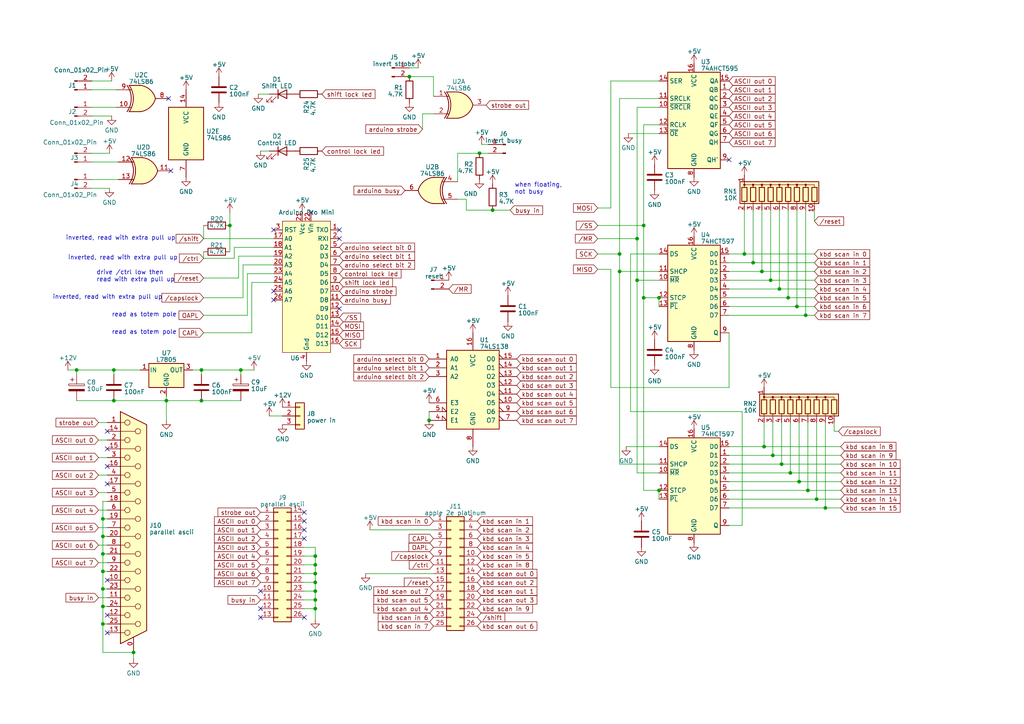
<source format=kicad_sch>
(kicad_sch (version 20230121) (generator eeschema)
  (paper "A4")
  (junction (at 224.155 132.08))
  (junction (at 29.845 150.495))
  (junction (at 218.44 76.2))
  (junction (at 223.52 81.28))
  (junction (at 239.395 147.32))
  (junction (at 221.615 129.54))
  (junction (at 234.315 142.24))
  (junction (at 58.42 116.205))
  (junction (at 118.745 22.225))
  (junction (at 191.135 142.24))
  (junction (at 186.69 86.36))
  (junction (at 91.44 171.45))
  (junction (at 91.44 173.99))
  (junction (at 29.845 180.975))
  (junction (at 29.845 160.655))
  (junction (at 91.44 168.91))
  (junction (at 124.46 121.92))
  (junction (at 231.775 139.7))
  (junction (at 228.6 86.36))
  (junction (at 58.42 107.315))
  (junction (at 184.785 69.215))
  (junction (at 69.85 107.315))
  (junction (at 179.705 78.74))
  (junction (at 29.845 165.735))
  (junction (at 91.44 163.83))
  (junction (at 66.675 65.405))
  (junction (at 22.225 107.315))
  (junction (at 184.785 81.28))
  (junction (at 226.06 83.82))
  (junction (at 33.02 116.205))
  (junction (at 29.845 175.895))
  (junction (at 91.44 166.37))
  (junction (at 139.065 44.45))
  (junction (at 142.875 60.96))
  (junction (at 48.26 116.205))
  (junction (at 186.69 65.405))
  (junction (at 29.845 170.815))
  (junction (at 231.14 88.9))
  (junction (at 229.235 137.16))
  (junction (at 91.44 176.53))
  (junction (at 233.68 91.44))
  (junction (at 38.735 189.23))
  (junction (at 220.98 78.74))
  (junction (at 29.845 155.575))
  (junction (at 91.44 161.29))
  (junction (at 226.695 134.62))
  (junction (at 191.135 86.36))
  (junction (at 215.9 73.66))
  (junction (at 179.705 73.66))
  (junction (at 33.02 107.315))
  (junction (at 236.855 144.78))
  (no_connect (at 31.115 125.095))
  (no_connect (at 79.375 84.455))
  (no_connect (at 75.565 176.53))
  (no_connect (at 31.115 178.435))
  (no_connect (at 49.53 49.53))
  (no_connect (at 98.425 66.675))
  (no_connect (at 48.895 28.575))
  (no_connect (at 31.115 140.335))
  (no_connect (at 75.565 179.07))
  (no_connect (at 98.425 69.215))
  (no_connect (at 88.265 148.59))
  (no_connect (at 88.265 156.21))
  (no_connect (at 98.425 89.535))
  (no_connect (at 88.265 179.07))
  (no_connect (at 75.565 171.45))
  (no_connect (at 79.375 86.995))
  (no_connect (at 31.115 135.255))
  (no_connect (at 79.375 66.675))
  (no_connect (at 31.115 183.515))
  (no_connect (at 31.115 130.175))
  (no_connect (at 211.455 46.355))
  (no_connect (at 31.115 168.275))
  (no_connect (at 88.265 151.13))
  (no_connect (at 88.265 153.67))
  (no_connect (at 90.17 61.595))
  (wire (pts (xy 211.455 88.9) (xy 231.14 88.9)))
  (wire (pts (xy 29.845 155.575) (xy 29.845 160.655)))
  (wire (pts (xy 179.705 78.74) (xy 179.705 134.62)))
  (wire (pts (xy 211.455 137.16) (xy 229.235 137.16)))
  (wire (pts (xy 118.745 22.225) (xy 125.73 22.225)))
  (wire (pts (xy 73.025 96.52) (xy 59.055 96.52)))
  (wire (pts (xy 234.315 122.555) (xy 234.315 142.24)))
  (wire (pts (xy 229.235 122.555) (xy 229.235 137.16)))
  (wire (pts (xy 182.245 38.735) (xy 191.135 38.735)))
  (wire (pts (xy 28.575 122.555) (xy 31.115 122.555)))
  (wire (pts (xy 26.67 33.655) (xy 32.385 33.655)))
  (wire (pts (xy 29.845 180.975) (xy 29.845 189.23)))
  (wire (pts (xy 91.44 166.37) (xy 91.44 163.83)))
  (wire (pts (xy 59.055 80.645) (xy 69.215 80.645)))
  (wire (pts (xy 69.85 107.315) (xy 73.66 107.315)))
  (wire (pts (xy 228.6 86.36) (xy 236.22 86.36)))
  (wire (pts (xy 181.61 129.54) (xy 191.135 129.54)))
  (wire (pts (xy 22.225 107.315) (xy 22.225 108.585)))
  (wire (pts (xy 31.115 145.415) (xy 29.845 145.415)))
  (wire (pts (xy 91.44 161.29) (xy 91.44 158.75)))
  (wire (pts (xy 88.265 161.29) (xy 91.44 161.29)))
  (wire (pts (xy 221.615 129.54) (xy 243.84 129.54)))
  (wire (pts (xy 88.265 166.37) (xy 91.44 166.37)))
  (wire (pts (xy 88.265 171.45) (xy 91.44 171.45)))
  (wire (pts (xy 211.455 73.66) (xy 215.9 73.66)))
  (wire (pts (xy 79.375 81.915) (xy 73.025 81.915)))
  (wire (pts (xy 26.67 26.035) (xy 33.655 26.035)))
  (wire (pts (xy 226.06 60.96) (xy 226.06 83.82)))
  (wire (pts (xy 67.945 71.755) (xy 67.945 74.93)))
  (wire (pts (xy 177.165 23.495) (xy 177.165 60.325)))
  (wire (pts (xy 226.695 122.555) (xy 226.695 134.62)))
  (wire (pts (xy 79.375 74.295) (xy 69.215 74.295)))
  (wire (pts (xy 31.115 180.975) (xy 29.845 180.975)))
  (wire (pts (xy 31.115 170.815) (xy 29.845 170.815)))
  (wire (pts (xy 26.67 23.495) (xy 32.385 23.495)))
  (wire (pts (xy 211.455 147.32) (xy 239.395 147.32)))
  (wire (pts (xy 29.845 165.735) (xy 29.845 170.815)))
  (wire (pts (xy 48.26 114.935) (xy 48.26 116.205)))
  (wire (pts (xy 135.255 57.785) (xy 135.255 60.96)))
  (wire (pts (xy 173.355 65.405) (xy 186.69 65.405)))
  (wire (pts (xy 218.44 60.96) (xy 218.44 76.2)))
  (wire (pts (xy 231.775 139.7) (xy 243.84 139.7)))
  (wire (pts (xy 29.845 175.895) (xy 29.845 180.975)))
  (wire (pts (xy 132.715 57.785) (xy 135.255 57.785)))
  (wire (pts (xy 215.265 119.38) (xy 182.88 119.38)))
  (wire (pts (xy 231.14 60.96) (xy 231.14 88.9)))
  (wire (pts (xy 226.695 134.62) (xy 243.84 134.62)))
  (wire (pts (xy 211.455 134.62) (xy 226.695 134.62)))
  (wire (pts (xy 28.575 163.195) (xy 31.115 163.195)))
  (wire (pts (xy 70.485 76.835) (xy 70.485 86.36)))
  (wire (pts (xy 74.93 27.305) (xy 78.105 27.305)))
  (wire (pts (xy 59.055 74.93) (xy 67.945 74.93)))
  (wire (pts (xy 28.575 153.035) (xy 31.115 153.035)))
  (wire (pts (xy 19.685 107.315) (xy 22.225 107.315)))
  (wire (pts (xy 215.265 152.4) (xy 215.265 119.38)))
  (wire (pts (xy 106.045 166.37) (xy 125.73 166.37)))
  (wire (pts (xy 69.215 74.295) (xy 69.215 80.645)))
  (wire (pts (xy 215.9 60.96) (xy 215.9 73.66)))
  (wire (pts (xy 122.555 33.02) (xy 122.555 37.465)))
  (wire (pts (xy 211.455 81.28) (xy 223.52 81.28)))
  (wire (pts (xy 224.155 122.555) (xy 224.155 132.08)))
  (wire (pts (xy 179.705 28.575) (xy 191.135 28.575)))
  (wire (pts (xy 29.845 160.655) (xy 29.845 165.735)))
  (wire (pts (xy 22.225 116.205) (xy 33.02 116.205)))
  (wire (pts (xy 233.68 60.96) (xy 233.68 91.44)))
  (wire (pts (xy 132.715 52.705) (xy 132.715 44.45)))
  (wire (pts (xy 239.395 147.32) (xy 243.84 147.32)))
  (wire (pts (xy 73.025 81.915) (xy 73.025 96.52)))
  (wire (pts (xy 184.785 81.28) (xy 184.785 137.16)))
  (wire (pts (xy 226.06 83.82) (xy 236.22 83.82)))
  (wire (pts (xy 173.355 73.66) (xy 179.705 73.66)))
  (wire (pts (xy 236.22 60.96) (xy 236.22 64.135)))
  (wire (pts (xy 26.67 52.07) (xy 34.29 52.07)))
  (wire (pts (xy 91.44 171.45) (xy 91.44 173.99)))
  (wire (pts (xy 88.265 173.99) (xy 91.44 173.99)))
  (wire (pts (xy 48.26 116.205) (xy 58.42 116.205)))
  (wire (pts (xy 141.605 44.45) (xy 139.065 44.45)))
  (wire (pts (xy 59.055 65.405) (xy 59.055 69.215)))
  (wire (pts (xy 29.845 150.495) (xy 31.115 150.495)))
  (wire (pts (xy 211.455 78.74) (xy 220.98 78.74)))
  (wire (pts (xy 69.85 107.315) (xy 69.85 108.585)))
  (wire (pts (xy 26.67 46.99) (xy 34.29 46.99)))
  (wire (pts (xy 91.44 166.37) (xy 91.44 168.91)))
  (wire (pts (xy 182.88 73.66) (xy 191.135 73.66)))
  (wire (pts (xy 220.98 78.74) (xy 236.22 78.74)))
  (wire (pts (xy 215.9 73.66) (xy 236.22 73.66)))
  (wire (pts (xy 29.845 189.23) (xy 38.735 189.23)))
  (wire (pts (xy 40.64 107.315) (xy 33.02 107.315)))
  (wire (pts (xy 118.745 19.685) (xy 121.285 19.685)))
  (wire (pts (xy 221.615 122.555) (xy 221.615 129.54)))
  (wire (pts (xy 243.205 125.095) (xy 241.935 125.095)))
  (wire (pts (xy 211.455 91.44) (xy 233.68 91.44)))
  (wire (pts (xy 147.955 60.96) (xy 142.875 60.96)))
  (wire (pts (xy 107.315 153.67) (xy 125.73 153.67)))
  (wire (pts (xy 191.135 134.62) (xy 179.705 134.62)))
  (wire (pts (xy 58.42 116.205) (xy 69.85 116.205)))
  (wire (pts (xy 236.855 144.78) (xy 243.84 144.78)))
  (wire (pts (xy 91.44 176.53) (xy 91.44 179.705)))
  (wire (pts (xy 179.705 73.66) (xy 179.705 78.74)))
  (wire (pts (xy 191.135 142.24) (xy 186.69 142.24)))
  (wire (pts (xy 191.135 137.16) (xy 184.785 137.16)))
  (wire (pts (xy 211.455 86.36) (xy 228.6 86.36)))
  (wire (pts (xy 91.44 173.99) (xy 91.44 176.53)))
  (wire (pts (xy 234.315 142.24) (xy 243.84 142.24)))
  (wire (pts (xy 141.605 41.91) (xy 139.7 41.91)))
  (wire (pts (xy 28.575 142.875) (xy 31.115 142.875)))
  (wire (pts (xy 186.69 65.405) (xy 186.69 86.36)))
  (wire (pts (xy 78.105 120.65) (xy 81.915 120.65)))
  (wire (pts (xy 79.375 71.755) (xy 67.945 71.755)))
  (wire (pts (xy 231.14 88.9) (xy 236.22 88.9)))
  (wire (pts (xy 31.115 165.735) (xy 29.845 165.735)))
  (wire (pts (xy 28.575 137.795) (xy 31.115 137.795)))
  (wire (pts (xy 55.88 107.315) (xy 58.42 107.315)))
  (wire (pts (xy 66.675 61.595) (xy 66.675 65.405)))
  (wire (pts (xy 88.265 176.53) (xy 91.44 176.53)))
  (wire (pts (xy 79.375 76.835) (xy 70.485 76.835)))
  (wire (pts (xy 33.02 116.205) (xy 48.26 116.205)))
  (wire (pts (xy 218.44 76.2) (xy 236.22 76.2)))
  (wire (pts (xy 48.26 116.205) (xy 48.26 121.92)))
  (wire (pts (xy 26.67 31.115) (xy 33.655 31.115)))
  (wire (pts (xy 173.355 69.215) (xy 184.785 69.215)))
  (wire (pts (xy 231.775 122.555) (xy 231.775 139.7)))
  (wire (pts (xy 184.785 69.215) (xy 184.785 81.28)))
  (wire (pts (xy 228.6 60.96) (xy 228.6 86.36)))
  (wire (pts (xy 88.265 163.83) (xy 91.44 163.83)))
  (wire (pts (xy 184.785 81.28) (xy 191.135 81.28)))
  (wire (pts (xy 88.265 168.91) (xy 91.44 168.91)))
  (wire (pts (xy 191.135 23.495) (xy 177.165 23.495)))
  (wire (pts (xy 184.785 31.115) (xy 184.785 69.215)))
  (wire (pts (xy 79.375 79.375) (xy 71.755 79.375)))
  (wire (pts (xy 33.02 107.315) (xy 33.02 108.585)))
  (wire (pts (xy 91.44 163.83) (xy 91.44 161.29)))
  (wire (pts (xy 28.575 173.355) (xy 31.115 173.355)))
  (wire (pts (xy 191.135 36.195) (xy 186.69 36.195)))
  (wire (pts (xy 31.115 160.655) (xy 29.845 160.655)))
  (wire (pts (xy 224.155 132.08) (xy 243.84 132.08)))
  (wire (pts (xy 211.455 83.82) (xy 226.06 83.82)))
  (wire (pts (xy 91.44 168.91) (xy 91.44 171.45)))
  (wire (pts (xy 29.845 170.815) (xy 29.845 175.895)))
  (wire (pts (xy 58.42 107.315) (xy 69.85 107.315)))
  (wire (pts (xy 31.115 175.895) (xy 29.845 175.895)))
  (wire (pts (xy 59.055 69.215) (xy 79.375 69.215)))
  (wire (pts (xy 71.755 91.44) (xy 59.055 91.44)))
  (wire (pts (xy 139.065 44.45) (xy 132.715 44.45)))
  (wire (pts (xy 211.455 132.08) (xy 224.155 132.08)))
  (wire (pts (xy 211.455 129.54) (xy 221.615 129.54)))
  (wire (pts (xy 66.675 65.405) (xy 66.675 73.025)))
  (wire (pts (xy 211.455 76.2) (xy 218.44 76.2)))
  (wire (pts (xy 125.73 33.02) (xy 122.555 33.02)))
  (wire (pts (xy 186.69 86.36) (xy 191.135 86.36)))
  (wire (pts (xy 239.395 122.555) (xy 239.395 147.32)))
  (wire (pts (xy 59.055 86.36) (xy 70.485 86.36)))
  (wire (pts (xy 233.68 91.44) (xy 236.22 91.44)))
  (wire (pts (xy 186.69 36.195) (xy 186.69 65.405)))
  (wire (pts (xy 75.565 43.815) (xy 78.105 43.815)))
  (wire (pts (xy 184.785 31.115) (xy 191.135 31.115)))
  (wire (pts (xy 223.52 60.96) (xy 223.52 81.28)))
  (wire (pts (xy 182.88 119.38) (xy 182.88 73.66)))
  (wire (pts (xy 26.67 54.61) (xy 31.75 54.61)))
  (wire (pts (xy 211.455 139.7) (xy 231.775 139.7)))
  (wire (pts (xy 223.52 81.28) (xy 236.22 81.28)))
  (wire (pts (xy 229.235 137.16) (xy 243.84 137.16)))
  (wire (pts (xy 71.755 79.375) (xy 71.755 91.44)))
  (wire (pts (xy 211.455 96.52) (xy 211.455 112.395)))
  (wire (pts (xy 142.875 60.96) (xy 135.255 60.96)))
  (wire (pts (xy 31.115 155.575) (xy 29.845 155.575)))
  (wire (pts (xy 173.355 78.105) (xy 177.165 78.105)))
  (wire (pts (xy 186.69 86.36) (xy 186.69 142.24)))
  (wire (pts (xy 124.46 119.38) (xy 124.46 121.92)))
  (wire (pts (xy 28.575 158.115) (xy 31.115 158.115)))
  (wire (pts (xy 28.575 147.955) (xy 31.115 147.955)))
  (wire (pts (xy 26.67 44.45) (xy 31.75 44.45)))
  (wire (pts (xy 125.73 27.94) (xy 125.73 22.225)))
  (wire (pts (xy 191.135 142.24) (xy 191.135 144.78)))
  (wire (pts (xy 59.055 74.93) (xy 59.055 73.025)))
  (wire (pts (xy 38.735 189.23) (xy 38.735 188.595)))
  (wire (pts (xy 173.355 60.325) (xy 177.165 60.325)))
  (wire (pts (xy 191.135 86.36) (xy 191.135 88.9)))
  (wire (pts (xy 28.575 127.635) (xy 31.115 127.635)))
  (wire (pts (xy 179.705 28.575) (xy 179.705 73.66)))
  (wire (pts (xy 29.845 145.415) (xy 29.845 150.495)))
  (wire (pts (xy 220.98 60.96) (xy 220.98 78.74)))
  (wire (pts (xy 211.455 112.395) (xy 177.165 112.395)))
  (wire (pts (xy 58.42 107.315) (xy 58.42 108.585)))
  (wire (pts (xy 22.225 107.315) (xy 33.02 107.315)))
  (wire (pts (xy 241.935 125.095) (xy 241.935 122.555)))
  (wire (pts (xy 211.455 152.4) (xy 215.265 152.4)))
  (wire (pts (xy 29.845 150.495) (xy 29.845 155.575)))
  (wire (pts (xy 91.44 158.75) (xy 88.265 158.75)))
  (wire (pts (xy 28.575 132.715) (xy 31.115 132.715)))
  (wire (pts (xy 179.705 78.74) (xy 191.135 78.74)))
  (wire (pts (xy 236.855 122.555) (xy 236.855 144.78)))
  (wire (pts (xy 211.455 144.78) (xy 236.855 144.78)))
  (wire (pts (xy 38.735 191.135) (xy 38.735 189.23)))
  (wire (pts (xy 211.455 142.24) (xy 234.315 142.24)))
  (wire (pts (xy 177.165 112.395) (xy 177.165 78.105)))
  (text "inverted, read with extra pull up" (at 15.24 86.995 0) (effects (font (size 1.27 1.27)) (justify left bottom)))
  (text "read as totem pole" (at 32.385 92.075 0) (effects (font (size 1.27 1.27)) (justify left bottom)))
  (text "inverted, read with extra pull up" (at 19.685 75.565 0) (effects (font (size 1.27 1.27)) (justify left bottom)))
  (text "drive /ctrl low then\nread with extra pull up" (at 27.94 81.915 0) (effects (font (size 1.27 1.27)) (justify left bottom)))
  (text "read as totem pole" (at 32.385 97.155 0) (effects (font (size 1.27 1.27)) (justify left bottom)))
  (text "inverted, read with extra pull up" (at 19.05 69.85 0) (effects (font (size 1.27 1.27)) (justify left bottom)))
  (text "when floating, \nnot busy" (at 149.225 56.515 0) (effects (font (size 1.27 1.27)) (justify left bottom)))
  (global_label "MOSI" (shape input) (at 98.425 94.615 0) (property "Intersheetrefs" "${INTERSHEET_REFS}" (effects hide)))
  (global_label "ASCII out 2" (shape input) (at 28.575 137.795 180) (property "Intersheetrefs" "${INTERSHEET_REFS}" (effects hide)))
  (global_label "ASCII out 4" (shape input) (at 75.565 161.29 180) (property "Intersheetrefs" "${INTERSHEET_REFS}" (effects hide)))
  (global_label "ASCII out 1" (shape input) (at 75.565 153.67 180) (property "Intersheetrefs" "${INTERSHEET_REFS}" (effects hide)))
  (global_label "kbd scan in 0" (shape input) (at 236.22 73.66 0) (property "Intersheetrefs" "${INTERSHEET_REFS}" (effects hide)))
  (global_label "kbd scan in 2" (shape input) (at 236.22 78.74 0) (property "Intersheetrefs" "${INTERSHEET_REFS}" (effects hide)))
  (global_label "kbd scan out 5" (shape input) (at 125.73 173.99 180) (property "Intersheetrefs" "${INTERSHEET_REFS}" (effects hide)))
  (global_label "kbd scan in 15" (shape input) (at 243.84 147.32 0) (property "Intersheetrefs" "${INTERSHEET_REFS}" (effects hide)))
  (global_label "CAPL" (shape input) (at 125.73 156.21 180) (property "Intersheetrefs" "${INTERSHEET_REFS}" (effects hide)))
  (global_label "shift lock led" (shape input) (at 93.345 27.305 0) (property "Intersheetrefs" "${INTERSHEET_REFS}" (effects hide)))
  (global_label "arduino select bit 2" (shape input) (at 98.425 76.835 0) (property "Intersheetrefs" "${INTERSHEET_REFS}" (effects hide)))
  (global_label "kbd scan in 6" (shape input) (at 236.22 88.9 0) (property "Intersheetrefs" "${INTERSHEET_REFS}" (effects hide)))
  (global_label "MOSI" (shape input) (at 173.355 60.325 180) (property "Intersheetrefs" "${INTERSHEET_REFS}" (effects hide)))
  (global_label "ASCII out 1" (shape input) (at 28.575 132.715 180) (property "Intersheetrefs" "${INTERSHEET_REFS}" (effects hide)))
  (global_label "kbd scan out 1" (shape input) (at 138.43 171.45 0) (property "Intersheetrefs" "${INTERSHEET_REFS}" (effects hide)))
  (global_label "kbd scan out 3" (shape input) (at 138.43 173.99 0) (property "Intersheetrefs" "${INTERSHEET_REFS}" (effects hide)))
  (global_label "kbd scan in 9" (shape input) (at 243.84 132.08 0) (property "Intersheetrefs" "${INTERSHEET_REFS}" (effects hide)))
  (global_label "busy in" (shape input) (at 28.575 173.355 180) (property "Intersheetrefs" "${INTERSHEET_REFS}" (effects hide)))
  (global_label "kbd scan out 6" (shape input) (at 138.43 181.61 0) (property "Intersheetrefs" "${INTERSHEET_REFS}" (effects hide)))
  (global_label "ASCII out 3" (shape input) (at 28.575 142.875 180) (property "Intersheetrefs" "${INTERSHEET_REFS}" (effects hide)))
  (global_label "kbd scan out 5" (shape input) (at 149.86 116.84 0) (property "Intersheetrefs" "${INTERSHEET_REFS}" (effects hide)))
  (global_label "kbd scan in 3" (shape input) (at 138.43 156.21 0) (property "Intersheetrefs" "${INTERSHEET_REFS}" (effects hide)))
  (global_label "MISO" (shape input) (at 98.425 97.155 0) (property "Intersheetrefs" "${INTERSHEET_REFS}" (effects hide)))
  (global_label "ASCII out 0" (shape input) (at 28.575 127.635 180) (property "Intersheetrefs" "${INTERSHEET_REFS}" (effects hide)))
  (global_label "{slash}MR" (shape input) (at 130.175 83.82 0) (property "Intersheetrefs" "${INTERSHEET_REFS}" (effects hide)))
  (global_label "ASCII out 1" (shape input) (at 211.455 26.035 0) (property "Intersheetrefs" "${INTERSHEET_REFS}" (effects hide)))
  (global_label "arduino select bit 1" (shape input) (at 124.46 106.68 180) (property "Intersheetrefs" "${INTERSHEET_REFS}" (effects hide)))
  (global_label "arduino strobe" (shape input) (at 98.425 84.455 0) (property "Intersheetrefs" "${INTERSHEET_REFS}" (effects hide)))
  (global_label "{slash}capslock" (shape input) (at 125.73 161.29 180) (property "Intersheetrefs" "${INTERSHEET_REFS}" (effects hide)))
  (global_label "{slash}MR" (shape input) (at 173.355 69.215 180) (property "Intersheetrefs" "${INTERSHEET_REFS}" (effects hide)))
  (global_label "kbd scan in 5" (shape input) (at 138.43 161.29 0) (property "Intersheetrefs" "${INTERSHEET_REFS}" (effects hide)))
  (global_label "shift lock led" (shape input) (at 98.425 81.915 0) (property "Intersheetrefs" "${INTERSHEET_REFS}" (effects hide)))
  (global_label "OAPL" (shape input) (at 59.055 91.44 180) (property "Intersheetrefs" "${INTERSHEET_REFS}" (effects hide)))
  (global_label "CAPL" (shape input) (at 59.055 96.52 180) (property "Intersheetrefs" "${INTERSHEET_REFS}" (effects hide)))
  (global_label "ASCII out 7" (shape input) (at 211.455 41.275 0) (property "Intersheetrefs" "${INTERSHEET_REFS}" (effects hide)))
  (global_label "kbd scan in 5" (shape input) (at 236.22 86.36 0) (property "Intersheetrefs" "${INTERSHEET_REFS}" (effects hide)))
  (global_label "OAPL" (shape input) (at 125.73 158.75 180) (property "Intersheetrefs" "${INTERSHEET_REFS}" (effects hide)))
  (global_label "kbd scan out 0" (shape input) (at 149.86 104.14 0) (property "Intersheetrefs" "${INTERSHEET_REFS}" (effects hide)))
  (global_label "{slash}reset" (shape input) (at 125.73 168.91 180) (property "Intersheetrefs" "${INTERSHEET_REFS}" (effects hide)))
  (global_label "ASCII out 5" (shape input) (at 75.565 163.83 180) (property "Intersheetrefs" "${INTERSHEET_REFS}" (effects hide)))
  (global_label "SCK" (shape input) (at 173.355 73.66 180) (property "Intersheetrefs" "${INTERSHEET_REFS}" (effects hide)))
  (global_label "kbd scan in 8" (shape input) (at 138.43 163.83 0) (property "Intersheetrefs" "${INTERSHEET_REFS}" (effects hide)))
  (global_label "kbd scan out 7" (shape input) (at 125.73 171.45 180) (property "Intersheetrefs" "${INTERSHEET_REFS}" (effects hide)))
  (global_label "kbd scan out 4" (shape input) (at 149.86 114.3 0) (property "Intersheetrefs" "${INTERSHEET_REFS}" (effects hide)))
  (global_label "kbd scan in 4" (shape input) (at 236.22 83.82 0) (property "Intersheetrefs" "${INTERSHEET_REFS}" (effects hide)))
  (global_label "ASCII out 5" (shape input) (at 28.575 153.035 180) (property "Intersheetrefs" "${INTERSHEET_REFS}" (effects hide)))
  (global_label "kbd scan in 8" (shape input) (at 243.84 129.54 0) (property "Intersheetrefs" "${INTERSHEET_REFS}" (effects hide)))
  (global_label "ASCII out 2" (shape input) (at 75.565 156.21 180) (property "Intersheetrefs" "${INTERSHEET_REFS}" (effects hide)))
  (global_label "MISO" (shape input) (at 173.355 78.105 180) (property "Intersheetrefs" "${INTERSHEET_REFS}" (effects hide)))
  (global_label "ASCII out 3" (shape input) (at 75.565 158.75 180) (property "Intersheetrefs" "${INTERSHEET_REFS}" (effects hide)))
  (global_label "ASCII out 6" (shape input) (at 75.565 166.37 180) (property "Intersheetrefs" "${INTERSHEET_REFS}" (effects hide)))
  (global_label "kbd scan out 4" (shape input) (at 125.73 176.53 180) (property "Intersheetrefs" "${INTERSHEET_REFS}" (effects hide)))
  (global_label "{slash}SS" (shape input) (at 98.425 92.075 0) (property "Intersheetrefs" "${INTERSHEET_REFS}" (effects hide)))
  (global_label "{slash}ctrl" (shape input) (at 125.73 163.83 180) (property "Intersheetrefs" "${INTERSHEET_REFS}" (effects hide)))
  (global_label "kbd scan out 1" (shape input) (at 149.86 106.68 0) (property "Intersheetrefs" "${INTERSHEET_REFS}" (effects hide)))
  (global_label "kbd scan out 7" (shape input) (at 149.86 121.92 0) (property "Intersheetrefs" "${INTERSHEET_REFS}" (effects hide)))
  (global_label "arduino busy" (shape input) (at 117.475 55.245 180) (property "Intersheetrefs" "${INTERSHEET_REFS}" (effects hide)))
  (global_label "ASCII out 3" (shape input) (at 211.455 31.115 0) (property "Intersheetrefs" "${INTERSHEET_REFS}" (effects hide)))
  (global_label "arduino select bit 2" (shape input) (at 124.46 109.22 180) (property "Intersheetrefs" "${INTERSHEET_REFS}" (effects hide)))
  (global_label "arduino strobe" (shape input) (at 122.555 37.465 180) (property "Intersheetrefs" "${INTERSHEET_REFS}" (effects hide)))
  (global_label "kbd scan out 0" (shape input) (at 138.43 166.37 0) (property "Intersheetrefs" "${INTERSHEET_REFS}" (effects hide)))
  (global_label "kbd scan in 0" (shape input) (at 125.73 151.13 180) (property "Intersheetrefs" "${INTERSHEET_REFS}" (effects hide)))
  (global_label "busy in" (shape input) (at 147.955 60.96 0) (property "Intersheetrefs" "${INTERSHEET_REFS}" (effects hide)))
  (global_label "kbd scan in 12" (shape input) (at 243.84 139.7 0) (property "Intersheetrefs" "${INTERSHEET_REFS}" (effects hide)))
  (global_label "kbd scan in 7" (shape input) (at 125.73 181.61 180) (property "Intersheetrefs" "${INTERSHEET_REFS}" (effects hide)))
  (global_label "kbd scan in 11" (shape input) (at 243.84 137.16 0) (property "Intersheetrefs" "${INTERSHEET_REFS}" (effects hide)))
  (global_label "strobe out" (shape input) (at 28.575 122.555 180) (property "Intersheetrefs" "${INTERSHEET_REFS}" (effects hide)))
  (global_label "kbd scan in 10" (shape input) (at 243.84 134.62 0) (property "Intersheetrefs" "${INTERSHEET_REFS}" (effects hide)))
  (global_label "{slash}capslock" (shape input) (at 243.205 125.095 0) (property "Intersheetrefs" "${INTERSHEET_REFS}" (effects hide)))
  (global_label "kbd scan in 7" (shape input) (at 236.22 91.44 0) (property "Intersheetrefs" "${INTERSHEET_REFS}" (effects hide)))
  (global_label "kbd scan in 13" (shape input) (at 243.84 142.24 0) (property "Intersheetrefs" "${INTERSHEET_REFS}" (effects hide)))
  (global_label "kbd scan in 3" (shape input) (at 236.22 81.28 0) (property "Intersheetrefs" "${INTERSHEET_REFS}" (effects hide)))
  (global_label "kbd scan in 2" (shape input) (at 138.43 153.67 0) (property "Intersheetrefs" "${INTERSHEET_REFS}" (effects hide)))
  (global_label "ASCII out 6" (shape input) (at 211.455 38.735 0) (property "Intersheetrefs" "${INTERSHEET_REFS}" (effects hide)))
  (global_label "busy in" (shape input) (at 75.565 173.99 180) (property "Intersheetrefs" "${INTERSHEET_REFS}" (effects hide)))
  (global_label "{slash}shift" (shape input) (at 138.43 179.07 0) (property "Intersheetrefs" "${INTERSHEET_REFS}" (effects hide)))
  (global_label "kbd scan out 2" (shape input) (at 138.43 168.91 0) (property "Intersheetrefs" "${INTERSHEET_REFS}" (effects hide)))
  (global_label "kbd scan in 9" (shape input) (at 138.43 176.53 0) (property "Intersheetrefs" "${INTERSHEET_REFS}" (effects hide)))
  (global_label "{slash}SS" (shape input) (at 173.355 65.405 180) (property "Intersheetrefs" "${INTERSHEET_REFS}" (effects hide)))
  (global_label "SCK" (shape input) (at 98.425 99.695 0) (property "Intersheetrefs" "${INTERSHEET_REFS}" (effects hide)))
  (global_label "{slash}reset" (shape input) (at 236.22 64.135 0) (property "Intersheetrefs" "${INTERSHEET_REFS}" (effects hide)))
  (global_label "kbd scan in 1" (shape input) (at 138.43 151.13 0) (property "Intersheetrefs" "${INTERSHEET_REFS}" (effects hide)))
  (global_label "arduino select bit 1" (shape input) (at 98.425 74.295 0) (property "Intersheetrefs" "${INTERSHEET_REFS}" (effects hide)))
  (global_label "control lock led" (shape input) (at 98.425 79.375 0) (property "Intersheetrefs" "${INTERSHEET_REFS}" (effects hide)))
  (global_label "{slash}capslock" (shape input) (at 59.055 86.36 180) (property "Intersheetrefs" "${INTERSHEET_REFS}" (effects hide)))
  (global_label "ASCII out 4" (shape input) (at 28.575 147.955 180) (property "Intersheetrefs" "${INTERSHEET_REFS}" (effects hide)))
  (global_label "{slash}ctrl" (shape input) (at 59.055 74.93 180) (property "Intersheetrefs" "${INTERSHEET_REFS}" (effects hide)))
  (global_label "ASCII out 0" (shape input) (at 75.565 151.13 180) (property "Intersheetrefs" "${INTERSHEET_REFS}" (effects hide)))
  (global_label "{slash}shift" (shape input) (at 59.055 69.215 180) (property "Intersheetrefs" "${INTERSHEET_REFS}" (effects hide)))
  (global_label "arduino busy" (shape input) (at 98.425 86.995 0) (property "Intersheetrefs" "${INTERSHEET_REFS}" (effects hide)))
  (global_label "ASCII out 6" (shape input) (at 28.575 158.115 180) (property "Intersheetrefs" "${INTERSHEET_REFS}" (effects hide)))
  (global_label "kbd scan out 2" (shape input) (at 149.86 109.22 0) (property "Intersheetrefs" "${INTERSHEET_REFS}" (effects hide)))
  (global_label "ASCII out 2" (shape input) (at 211.455 28.575 0) (property "Intersheetrefs" "${INTERSHEET_REFS}" (effects hide)))
  (global_label "ASCII out 4" (shape input) (at 211.455 33.655 0) (property "Intersheetrefs" "${INTERSHEET_REFS}" (effects hide)))
  (global_label "ASCII out 0" (shape input) (at 211.455 23.495 0) (property "Intersheetrefs" "${INTERSHEET_REFS}" (effects hide)))
  (global_label "strobe out" (shape input) (at 75.565 148.59 180) (property "Intersheetrefs" "${INTERSHEET_REFS}" (effects hide)))
  (global_label "ASCII out 5" (shape input) (at 211.455 36.195 0) (property "Intersheetrefs" "${INTERSHEET_REFS}" (effects hide)))
  (global_label "kbd scan in 14" (shape input) (at 243.84 144.78 0) (property "Intersheetrefs" "${INTERSHEET_REFS}" (effects hide)))
  (global_label "arduino select bit 0" (shape input) (at 124.46 104.14 180) (property "Intersheetrefs" "${INTERSHEET_REFS}" (effects hide)))
  (global_label "{slash}reset" (shape input) (at 59.055 80.645 180) (property "Intersheetrefs" "${INTERSHEET_REFS}" (effects hide)))
  (global_label "kbd scan in 4" (shape input) (at 138.43 158.75 0) (property "Intersheetrefs" "${INTERSHEET_REFS}" (effects hide)))
  (global_label "arduino select bit 0" (shape input) (at 98.425 71.755 0) (property "Intersheetrefs" "${INTERSHEET_REFS}" (effects hide)))
  (global_label "control lock led" (shape input) (at 93.345 43.815 0) (property "Intersheetrefs" "${INTERSHEET_REFS}" (effects hide)))
  (global_label "kbd scan out 6" (shape input) (at 149.86 119.38 0) (property "Intersheetrefs" "${INTERSHEET_REFS}" (effects hide)))
  (global_label "kbd scan in 1" (shape input) (at 236.22 76.2 0) (property "Intersheetrefs" "${INTERSHEET_REFS}" (effects hide)))
  (global_label "ASCII out 7" (shape input) (at 75.565 168.91 180) (property "Intersheetrefs" "${INTERSHEET_REFS}" (effects hide)))
  (global_label "ASCII out 7" (shape input) (at 28.575 163.195 180) (property "Intersheetrefs" "${INTERSHEET_REFS}" (effects hide)))
  (global_label "kbd scan out 3" (shape input) (at 149.86 111.76 0) (property "Intersheetrefs" "${INTERSHEET_REFS}" (effects hide)))
  (global_label "kbd scan in 6" (shape input) (at 125.73 179.07 180) (property "Intersheetrefs" "${INTERSHEET_REFS}" (effects hide)))
  (global_label "strobe out" (shape input) (at 140.97 30.48 0) (property "Intersheetrefs" "${INTERSHEET_REFS}" (effects hide)))
  (symbol (lib_id "power:GND") (at 81.915 123.19 0) (unit 1)
    (property "Reference" "#PWR046" (effects hide))
    (property "Value" "GND" (at 81.915 127.3255 0))
  )
  (symbol (lib_id "power:GND") (at 38.735 191.135 0) (unit 1)
    (property "Reference" "#PWR048" (effects hide))
    (property "Value" "GND" (at 38.735 195.2705 0))
  )
  (symbol (lib_id "power:GND") (at 201.295 101.6 0) (unit 1)
    (property "Reference" "#PWR07" (effects hide))
    (property "Value" "GND" (at 201.295 105.7355 0))
  )
  (symbol (lib_id "Device:R") (at 142.875 57.15 0) (unit 1)
    (property "Reference" "R3" (at 144.653 56.5063 0) (effects (justify left)))
    (property "Value" "4.7K" (at 144.653 58.4273 0) (effects (justify left)))
    (property "Footprint" "Resistor_THT:R_Axial_DIN0207_L6.3mm_D2.5mm_P10.16mm_Horizontal" (effects hide))
  )
  (symbol (lib_id "Device:R") (at 62.865 65.405 90) (unit 1)
    (property "Reference" "R20" (at 62.865 63.5 90))
    (property "Value" "4.7K" (at 62.865 65.405 90))
    (property "Footprint" "Resistor_THT:R_Axial_DIN0207_L6.3mm_D2.5mm_P10.16mm_Horizontal" (effects hide))
  )
  (symbol (lib_id "power:+5V") (at 124.46 116.84 0) (unit 1)
    (property "Reference" "#PWR012" (effects hide))
    (property "Value" "+5V" (at 124.46 113.3381 0))
  )
  (symbol (lib_id "Device:C") (at 147.32 89.535 0) (unit 1)
    (property "Reference" "C1" (at 150.241 88.8913 0) (effects (justify left)))
    (property "Value" "100nF" (at 150.241 90.8123 0) (effects (justify left)))
    (property "Footprint" "Capacitor_THT:C_Disc_D3.8mm_W2.6mm_P2.50mm" (effects hide))
  )
  (symbol (lib_id "power:+5V") (at 31.75 44.45 0) (unit 1)
    (property "Reference" "#PWR016" (effects hide))
    (property "Value" "+5V" (at 31.75 40.9481 0))
  )
  (symbol (lib_id "power:+12V") (at 81.915 118.11 0) (unit 1)
    (property "Reference" "#PWR045" (effects hide))
    (property "Value" "+12V" (at 81.915 114.6081 0))
  )
  (symbol (lib_id "power:+5V") (at 66.675 61.595 0) (unit 1)
    (property "Reference" "#PWR037" (effects hide))
    (property "Value" "+5V" (at 66.675 58.0931 0))
  )
  (symbol (lib_id "power:GND") (at 74.93 27.305 0) (unit 1)
    (property "Reference" "#PWR040" (effects hide))
    (property "Value" "GND" (at 74.93 31.4405 0))
  )
  (symbol (lib_id "power:+5V") (at 73.66 107.315 0) (unit 1)
    (property "Reference" "#PWR042" (effects hide))
    (property "Value" "+5V" (at 73.66 103.8131 0))
  )
  (symbol (lib_id "Device:C") (at 58.42 112.395 0) (unit 1)
    (property "Reference" "C6" (at 61.341 111.7513 0) (effects (justify left)))
    (property "Value" "100nF" (at 61.341 113.6723 0) (effects (justify left)))
    (property "Footprint" "Capacitor_THT:C_Disc_D3.8mm_W2.6mm_P2.50mm" (effects hide))
  )
  (symbol (lib_id "power:+5V") (at 130.175 81.28 0) (unit 1)
    (property "Reference" "#PWR032" (effects hide))
    (property "Value" "+5V" (at 130.175 77.7781 0))
  )
  (symbol (lib_id "power:+5V") (at 137.16 96.52 0) (unit 1)
    (property "Reference" "#PWR04" (effects hide))
    (property "Value" "+5V" (at 137.16 93.0181 0))
  )
  (symbol (lib_id "power:GND") (at 137.16 129.54 0) (unit 1)
    (property "Reference" "#PWR09" (effects hide))
    (property "Value" "GND" (at 137.16 133.6755 0))
  )
  (symbol (lib_id "power:GND") (at 147.32 93.345 0) (unit 1)
    (property "Reference" "#PWR021" (effects hide))
    (property "Value" "GND" (at 147.32 97.4805 0))
  )
  (symbol (lib_id "power:GND") (at 106.045 166.37 0) (unit 1)
    (property "Reference" "#PWR050" (effects hide))
    (property "Value" "GND" (at 106.045 170.5055 0))
  )
  (symbol (lib_id "power:+5V") (at 87.63 61.595 0) (mirror y) (unit 1)
    (property "Reference" "#PWR038" (effects hide))
    (property "Value" "+5V" (at 87.63 58.0931 0))
  )
  (symbol (lib_id "power:+5V") (at 221.615 112.395 0) (unit 1)
    (property "Reference" "#PWR053" (effects hide))
    (property "Value" "+5V" (at 221.615 108.8931 0))
  )
  (symbol (lib_id "Device:C") (at 33.02 112.395 0) (unit 1)
    (property "Reference" "C7" (at 35.941 111.7513 0) (effects (justify left)))
    (property "Value" "100nF" (at 35.941 113.6723 0) (effects (justify left)))
    (property "Footprint" "Capacitor_THT:C_Disc_D3.8mm_W2.6mm_P2.50mm" (effects hide))
  )
  (symbol (lib_id "Device:C_Polarized") (at 69.85 112.395 0) (unit 1)
    (property "Reference" "C9" (at 72.771 110.8623 0) (effects (justify left)))
    (property "Value" "10uF" (at 72.771 112.7833 0) (effects (justify left)))
    (property "Footprint" "Capacitor_THT:CP_Radial_D5.0mm_P2.50mm" (effects hide))
  )
  (symbol (lib_id "power:GND") (at 48.26 121.92 0) (unit 1)
    (property "Reference" "#PWR043" (effects hide))
    (property "Value" "GND" (at 48.26 126.0555 0))
  )
  (symbol (lib_id "Connector_Generic:Conn_01x03") (at 86.995 120.65 0) (unit 1)
    (property "Reference" "J8" (at 89.027 120.0063 0) (effects (justify left)))
    (property "Value" "power in" (at 89.027 121.9273 0) (effects (justify left)))
    (property "Footprint" "Connector_PinHeader_2.54mm:PinHeader_1x03_P2.54mm_Vertical" (effects hide))
  )
  (symbol (lib_id "power:GND") (at 124.46 121.92 0) (unit 1)
    (property "Reference" "#PWR011" (effects hide))
    (property "Value" "GND" (at 124.46 126.0555 0))
  )
  (symbol (lib_id "power:+5V") (at 107.315 153.67 0) (unit 1)
    (property "Reference" "#PWR051" (effects hide))
    (property "Value" "+5V" (at 107.315 150.1681 0))
  )
  (symbol (lib_id "power:+5V") (at 121.285 19.685 0) (unit 1)
    (property "Reference" "#PWR030" (effects hide))
    (property "Value" "+5V" (at 121.285 16.1831 0))
  )
  (symbol (lib_id "power:GND") (at 75.565 43.815 0) (unit 1)
    (property "Reference" "#PWR041" (effects hide))
    (property "Value" "GND" (at 75.565 47.9505 0))
  )
  (symbol (lib_id "Connector_Generic:Conn_02x13_Odd_Even") (at 130.81 166.37 0) (unit 1)
    (property "Reference" "J11" (at 132.08 146.8501 0))
    (property "Value" "apple 2e platinum" (at 132.08 148.7711 0))
    (property "Footprint" "Connector_PinHeader_2.54mm:PinHeader_2x13_P2.54mm_Vertical" (effects hide))
  )
  (symbol (lib_id "power:GND") (at 189.865 55.245 0) (unit 1)
    (property "Reference" "#PWR025" (effects hide))
    (property "Value" "GND" (at 189.865 59.3805 0))
  )
  (symbol (lib_id "power:+5V") (at 215.9 50.8 0) (unit 1)
    (property "Reference" "#PWR052" (effects hide))
    (property "Value" "+5V" (at 215.9 47.2981 0))
  )
  (symbol (lib_id "Device:R") (at 89.535 27.305 90) (mirror x) (unit 1)
    (property "Reference" "R24" (at 88.8913 29.083 0) (effects (justify left)))
    (property "Value" "4.7K" (at 90.8123 29.083 0) (effects (justify left)))
    (property "Footprint" "Resistor_THT:R_Axial_DIN0207_L6.3mm_D2.5mm_P10.16mm_Horizontal" (effects hide))
  )
  (symbol (lib_id "power:GND") (at 189.865 106.045 0) (unit 1)
    (property "Reference" "#PWR027" (effects hide))
    (property "Value" "GND" (at 189.865 110.49 0))
  )
  (symbol (lib_id "Device:C") (at 186.055 154.94 0) (unit 1)
    (property "Reference" "C5" (at 188.976 154.2963 0) (effects (justify left)))
    (property "Value" "100nF" (at 188.976 156.2173 0) (effects (justify left)))
    (property "Footprint" "Capacitor_THT:C_Disc_D3.8mm_W2.6mm_P2.50mm" (effects hide))
  )
  (symbol (lib_id "power:+5V") (at 78.105 120.65 0) (unit 1)
    (property "Reference" "#PWR047" (effects hide))
    (property "Value" "+5V" (at 78.105 117.1481 0))
  )
  (symbol (lib_id "74xx:74LS138") (at 137.16 111.76 0) (unit 1)
    (property "Reference" "U1" (at 139.1159 98.5901 0) (effects (justify left)))
    (property "Value" "74LS138" (at 139.1159 100.5111 0) (effects (justify left)))
    (property "Footprint" "Package_DIP:DIP-16_W7.62mm" (effects hide))
    (property "Datasheet" "http://www.ti.com/lit/gpn/sn74LS138" (effects hide))
  )
  (symbol (lib_id "Device:R_Network09") (at 231.775 117.475 0) (unit 1)
    (property "Reference" "RN2" (at 219.583 117.0853 0) (effects (justify right)))
    (property "Value" "10K" (at 219.583 119.0063 0) (effects (justify right)))
    (property "Footprint" "Resistor_THT:R_Array_SIP10" (effects hide))
    (property "Datasheet" "http://www.vishay.com/docs/31509/csc.pdf" (effects hide))
  )
  (symbol (lib_id "74xx:74LS86") (at 133.35 30.48 0) (unit 1)
    (property "Reference" "U2" (at 133.0452 23.6601 0))
    (property "Value" "74LS86" (at 133.0452 25.5811 0))
    (property "Footprint" "Package_DIP:DIP-14_W7.62mm" (effects hide))
    (property "Datasheet" "74xx/74ls86.pdf" (effects hide))
  )
  (symbol (lib_id "Device:R") (at 118.745 26.035 0) (mirror y) (unit 1)
    (property "Reference" "R1" (at 116.967 25.3913 0) (effects (justify left)))
    (property "Value" "4.7K" (at 116.967 27.3123 0) (effects (justify left)))
    (property "Footprint" "Resistor_THT:R_Axial_DIN0207_L6.3mm_D2.5mm_P10.16mm_Horizontal" (effects hide))
  )
  (symbol (lib_id "Connector:Conn_01x02_Pin") (at 21.59 31.115 0) (unit 1)
    (property "Reference" "J2" (at 20.955 32.385 0))
    (property "Value" "Conn_01x02_Pin" (at 22.225 35.56 0))
    (property "Footprint" "Connector_PinHeader_2.54mm:PinHeader_1x02_P2.54mm_Vertical" (effects hide))
  )
  (symbol (lib_id "Evan's parts:74HCT597") (at 201.295 83.82 0) (unit 1)
    (property "Reference" "U4" (at 203.2509 68.1101 0) (effects (justify left)))
    (property "Value" "74HCT597" (at 203.2509 70.0311 0) (effects (justify left)))
    (property "Footprint" "Package_DIP:DIP-16_W7.62mm" (effects hide))
    (property "Datasheet" "https://assets.nexperia.com/documents/data-sheet/74HC_HCT597.pdf" (effects hide))
  )
  (symbol (lib_id "Connector:Conn_01x02_Pin") (at 125.095 81.28 0) (unit 1)
    (property "Reference" "J7" (at 125.73 78.1939 0))
    (property "Value" "reset" (at 125.73 80.1149 0))
    (property "Footprint" "Connector_PinHeader_2.54mm:PinHeader_1x02_P2.54mm_Vertical" (effects hide))
  )
  (symbol (lib_id "power:+5V") (at 189.865 47.625 0) (unit 1)
    (property "Reference" "#PWR024" (effects hide))
    (property "Value" "+5V" (at 189.865 44.1231 0))
  )
  (symbol (lib_id "power:GND") (at 182.245 38.735 0) (unit 1)
    (property "Reference" "#PWR034" (effects hide))
    (property "Value" "GND" (at 182.245 42.8705 0))
  )
  (symbol (lib_id "Device:C") (at 63.5 26.035 0) (unit 1)
    (property "Reference" "C2" (at 66.421 25.3913 0) (effects (justify left)))
    (property "Value" "100nF" (at 66.421 27.3123 0) (effects (justify left)))
    (property "Footprint" "Capacitor_THT:C_Disc_D3.8mm_W2.6mm_P2.50mm" (effects hide))
  )
  (symbol (lib_id "power:GND") (at 118.745 29.845 0) (unit 1)
    (property "Reference" "#PWR013" (effects hide))
    (property "Value" "GND" (at 118.745 33.9805 0))
  )
  (symbol (lib_id "power:GND") (at 32.385 33.655 0) (unit 1)
    (property "Reference" "#PWR019" (effects hide))
    (property "Value" "GND" (at 32.385 37.7905 0))
  )
  (symbol (lib_id "power:+5V") (at 147.32 85.725 0) (unit 1)
    (property "Reference" "#PWR020" (effects hide))
    (property "Value" "+5V" (at 147.32 82.2231 0))
  )
  (symbol (lib_id "Device:R") (at 62.865 73.025 90) (unit 1)
    (property "Reference" "R21" (at 62.865 71.12 90))
    (property "Value" "4.7K" (at 62.865 73.025 90))
    (property "Footprint" "Resistor_THT:R_Axial_DIN0207_L6.3mm_D2.5mm_P10.16mm_Horizontal" (effects hide))
  )
  (symbol (lib_id "Regulator_Linear:L7805") (at 48.26 107.315 0) (unit 1)
    (property "Reference" "U7" (at 48.26 102.4001 0))
    (property "Value" "L7805" (at 48.26 104.3211 0))
    (property "Footprint" "Package_TO_SOT_THT:TO-220-3_Horizontal_TabDown" (effects hide))
    (property "Datasheet" "http://www.st.com/content/ccc/resource/technical/document/datasheet/41/4f/b3/b0/12/d4/47/88/CD00000444.pdf/files/CD00000444.pdf/jcr:content/translations/en.CD00000444.pdf" (effects hide))
  )
  (symbol (lib_id "power:GND") (at 88.9 104.775 0) (mirror y) (unit 1)
    (property "Reference" "#PWR039" (effects hide))
    (property "Value" "GND" (at 88.9 108.9105 0))
  )
  (symbol (lib_id "power:+5V") (at 201.295 124.46 0) (unit 1)
    (property "Reference" "#PWR03" (effects hide))
    (property "Value" "+5V" (at 201.295 120.9581 0))
  )
  (symbol (lib_id "power:+5V") (at 201.295 68.58 0) (unit 1)
    (property "Reference" "#PWR02" (effects hide))
    (property "Value" "+5V" (at 201.295 65.0781 0))
  )
  (symbol (lib_id "Device:R_Network09") (at 226.06 55.88 0) (unit 1)
    (property "Reference" "RN1" (at 213.868 55.4903 0) (effects (justify right)))
    (property "Value" "10K" (at 213.868 57.4113 0) (effects (justify right)))
    (property "Footprint" "Resistor_THT:R_Array_SIP10" (effects hide))
    (property "Datasheet" "http://www.vishay.com/docs/31509/csc.pdf" (effects hide))
  )
  (symbol (lib_id "power:GND") (at 186.055 158.75 0) (unit 1)
    (property "Reference" "#PWR029" (effects hide))
    (property "Value" "GND" (at 186.055 162.8855 0))
  )
  (symbol (lib_id "74xx:74LS86") (at 53.975 38.735 0) (unit 5)
    (property "Reference" "U2" (at 59.817 38.0913 0) (effects (justify left)))
    (property "Value" "74LS86" (at 59.817 40.0123 0) (effects (justify left)))
    (property "Footprint" "Package_DIP:DIP-14_W7.62mm" (effects hide))
    (property "Datasheet" "74xx/74ls86.pdf" (effects hide))
  )
  (symbol (lib_id "power:GND") (at 53.975 51.435 0) (unit 1)
    (property "Reference" "#PWR010" (effects hide))
    (property "Value" "GND" (at 53.975 55.5705 0))
  )
  (symbol (lib_id "Connector:Conn_01x02_Pin") (at 21.59 52.07 0) (unit 1)
    (property "Reference" "J4" (at 21.59 53.34 0))
    (property "Value" "Conn_01x02_Pin" (at 20.32 56.515 0))
    (property "Footprint" "Connector_PinHeader_2.54mm:PinHeader_1x02_P2.54mm_Vertical" (effects hide))
  )
  (symbol (lib_id "74xx:74LS86") (at 41.275 28.575 0) (unit 3)
    (property "Reference" "U2" (at 40.9702 21.7551 0))
    (property "Value" "74LS86" (at 40.9702 23.6761 0))
    (property "Footprint" "Package_DIP:DIP-14_W7.62mm" (effects hide))
    (property "Datasheet" "74xx/74ls86.pdf" (effects hide))
  )
  (symbol (lib_id "power:+5V") (at 139.7 41.91 0) (mirror y) (unit 1)
    (property "Reference" "#PWR031" (effects hide))
    (property "Value" "+5V" (at 139.7 38.4081 0))
  )
  (symbol (lib_id "power:GND") (at 91.44 179.705 0) (unit 1)
    (property "Reference" "#PWR049" (effects hide))
    (property "Value" "GND" (at 91.44 183.8405 0))
  )
  (symbol (lib_id "Device:C") (at 189.865 51.435 0) (unit 1)
    (property "Reference" "C3" (at 192.786 50.7913 0) (effects (justify left)))
    (property "Value" "100nF" (at 192.786 52.7123 0) (effects (justify left)))
    (property "Footprint" "Capacitor_THT:C_Disc_D3.8mm_W2.6mm_P2.50mm" (effects hide))
  )
  (symbol (lib_id "Connector_Generic:Conn_02x13_Top_Bottom") (at 80.645 163.83 0) (unit 1)
    (property "Reference" "J9" (at 81.915 144.3101 0))
    (property "Value" "parallel ascii" (at 81.915 146.2311 0))
    (property "Footprint" "Connector_PinHeader_2.54mm:PinHeader_2x13_P2.54mm_Vertical" (effects hide))
  )
  (symbol (lib_id "Evan's parts:74HCT597") (at 201.295 139.7 0) (unit 1)
    (property "Reference" "U5" (at 203.2509 123.9901 0) (effects (justify left)))
    (property "Value" "74HCT597" (at 203.2509 125.9111 0) (effects (justify left)))
    (property "Footprint" "Package_DIP:DIP-16_W7.62mm" (effects hide))
    (property "Datasheet" "https://assets.nexperia.com/documents/data-sheet/74HC_HCT597.pdf" (effects hide))
  )
  (symbol (lib_id "power:+5V") (at 189.865 98.425 0) (unit 1)
    (property "Reference" "#PWR026" (effects hide))
    (property "Value" "+5V" (at 189.865 94.9231 0))
  )
  (symbol (lib_id "power:GND") (at 139.065 52.07 0) (mirror y) (unit 1)
    (property "Reference" "#PWR014" (effects hide))
    (property "Value" "GND" (at 136.525 56.2055 0))
  )
  (symbol (lib_id "Connector:Conn_01x02_Pin") (at 113.665 19.685 0) (unit 1)
    (property "Reference" "J5" (at 114.3 16.5989 0))
    (property "Value" "invert strobe" (at 114.3 18.5199 0))
    (property "Footprint" "Connector_PinHeader_2.54mm:PinHeader_1x02_P2.54mm_Vertical" (effects hide))
  )
  (symbol (lib_id "power:+12V") (at 19.685 107.315 0) (unit 1)
    (property "Reference" "#PWR044" (effects hide))
    (property "Value" "+12V" (at 19.685 103.8131 0))
  )
  (symbol (lib_id "74xx:74LS86") (at 125.095 55.245 0) (mirror y) (unit 2)
    (property "Reference" "U2" (at 125.3998 48.4251 0))
    (property "Value" "74LS86" (at 125.3998 50.3461 0))
    (property "Footprint" "Package_DIP:DIP-14_W7.62mm" (effects hide))
    (property "Datasheet" "74xx/74ls86.pdf" (effects hide))
  )
  (symbol (lib_id "Device:C") (at 189.865 102.235 0) (unit 1)
    (property "Reference" "C4" (at 192.786 101.5913 0) (effects (justify left)))
    (property "Value" "100nF" (at 192.786 103.5123 0) (effects (justify left)))
    (property "Footprint" "Capacitor_THT:C_Disc_D3.8mm_W2.6mm_P2.50mm" (effects hide))
  )
  (symbol (lib_id "power:+5V") (at 53.975 26.035 0) (unit 1)
    (property "Reference" "#PWR05" (effects hide))
    (property "Value" "+5V" (at 53.975 22.5331 0))
  )
  (symbol (lib_id "Connector:Conn_01x02_Pin") (at 146.685 41.91 0) (mirror y) (unit 1)
    (property "Reference" "J6" (at 146.05 38.8239 0))
    (property "Value" "invert busy" (at 146.05 40.7449 0))
    (property "Footprint" "Connector_PinHeader_2.54mm:PinHeader_1x02_P2.54mm_Vertical" (effects hide))
  )
  (symbol (lib_id "Device:LED") (at 81.915 43.815 0) (unit 1)
    (property "Reference" "D2" (at 80.3275 39.5351 0))
    (property "Value" "Control LED" (at 80.3275 41.4561 0))
    (property "Footprint" "LED_THT:LED_D3.0mm" (effects hide))
  )
  (symbol (lib_id "power:GND") (at 181.61 129.54 0) (unit 1)
    (property "Reference" "#PWR033" (effects hide))
    (property "Value" "GND" (at 181.61 133.6755 0))
  )
  (symbol (lib_id "power:+5V") (at 186.055 151.13 0) (unit 1)
    (property "Reference" "#PWR028" (effects hide))
    (property "Value" "+5V" (at 186.055 147.6281 0))
  )
  (symbol (lib_id "power:+5V") (at 201.295 18.415 0) (unit 1)
    (property "Reference" "#PWR01" (effects hide))
    (property "Value" "+5V" (at 201.295 14.9131 0))
  )
  (symbol (lib_id "Device:R") (at 139.065 48.26 0) (mirror y) (unit 1)
    (property "Reference" "R2" (at 137.287 47.6163 0) (effects (justify left)))
    (property "Value" "4.7K" (at 137.287 49.5373 0) (effects (justify left)))
    (property "Footprint" "Resistor_THT:R_Axial_DIN0207_L6.3mm_D2.5mm_P10.16mm_Horizontal" (effects hide))
  )
  (symbol (lib_id "Connector:Conn_01x02_Pin") (at 21.59 26.035 0) (mirror x) (unit 1)
    (property "Reference" "J1" (at 20.955 24.765 0))
    (property "Value" "Conn_01x02_Pin" (at 23.495 20.32 0))
    (property "Footprint" "Connector_PinHeader_2.54mm:PinHeader_1x02_P2.54mm_Vertical" (effects hide))
  )
  (symbol (lib_id "Device:LED") (at 81.915 27.305 0) (unit 1)
    (property "Reference" "D1" (at 80.3275 23.0251 0))
    (property "Value" "Shift LED" (at 80.3275 24.9461 0))
    (property "Footprint" "LED_THT:LED_D3.0mm" (effects hide))
  )
  (symbol (lib_id "power:GND") (at 201.295 157.48 0) (unit 1)
    (property "Reference" "#PWR08" (effects hide))
    (property "Value" "GND" (at 201.295 161.6155 0))
  )
  (symbol (lib_id "Device:C_Polarized") (at 22.225 112.395 0) (unit 1)
    (property "Reference" "C8" (at 25.146 110.8623 0) (effects (justify left)))
    (property "Value" "10uF" (at 25.146 112.7833 0) (effects (justify left)))
    (property "Footprint" "Capacitor_THT:CP_Radial_D5.0mm_P2.50mm" (effects hide))
  )
  (symbol (lib_id "power:GND") (at 63.5 29.845 0) (unit 1)
    (property "Reference" "#PWR023" (effects hide))
    (property "Value" "GND" (at 63.5 33.9805 0))
  )
  (symbol (lib_id "power:GND") (at 201.295 51.435 0) (unit 1)
    (property "Reference" "#PWR06" (effects hide))
    (property "Value" "GND" (at 201.295 55.5705 0))
  )
  (symbol (lib_id "power:+5V") (at 63.5 22.225 0) (unit 1)
    (property "Reference" "#PWR022" (effects hide))
    (property "Value" "+5V" (at 63.5 18.7231 0))
  )
  (symbol (lib_id "74xx:74AHCT595") (at 201.295 33.655 0) (unit 1)
    (property "Reference" "U3" (at 203.2509 17.9451 0) (effects (justify left)))
    (property "Value" "74AHCT595" (at 203.2509 19.8661 0) (effects (justify left)))
    (property "Footprint" "Package_DIP:DIP-16_W7.62mm" (effects hide))
    (property "Datasheet" "https://assets.nexperia.com/documents/data-sheet/74AHC_AHCT595.pdf" (effects hide))
  )
  (symbol (lib_id "Connector:Conn_01x02_Pin") (at 21.59 46.99 0) (mirror x) (unit 1)
    (property "Reference" "J3" (at 21.59 45.72 0))
    (property "Value" "Conn_01x02_Pin" (at 20.32 41.275 0))
    (property "Footprint" "Connector_PinHeader_2.54mm:PinHeader_1x02_P2.54mm_Vertical" (effects hide))
  )
  (symbol (lib_id "Device:R") (at 89.535 43.815 90) (mirror x) (unit 1)
    (property "Reference" "R25" (at 88.8913 45.593 0) (effects (justify left)))
    (property "Value" "4.7K" (at 90.8123 45.593 0) (effects (justify left)))
    (property "Footprint" "Resistor_THT:R_Axial_DIN0207_L6.3mm_D2.5mm_P10.16mm_Horizontal" (effects hide))
  )
  (symbol (lib_id "Connector:DB25_Receptacle_MountingHoles") (at 38.735 153.035 0) (unit 1)
    (property "Reference" "J10" (at 43.307 152.3913 0) (effects (justify left)))
    (property "Value" "parallel ascii" (at 43.307 154.3123 0) (effects (justify left)))
    (property "Footprint" "Evan's parts:amphenol db25" (effects hide))
    (property "Datasheet" " ~" (effects hide))
  )
  (symbol (lib_id "power:GND") (at 31.75 54.61 0) (unit 1)
    (property "Reference" "#PWR018" (effects hide))
    (property "Value" "GND" (at 31.75 58.7455 0))
  )
  (symbol (lib_id "power:+5V") (at 32.385 23.495 0) (unit 1)
    (property "Reference" "#PWR017" (effects hide))
    (property "Value" "+5V" (at 32.385 19.9931 0))
  )
  (symbol (lib_id "74xx:74LS86") (at 41.91 49.53 0) (unit 4)
    (property "Reference" "U2" (at 41.6052 42.7101 0))
    (property "Value" "74LS86" (at 41.6052 44.6311 0))
    (property "Footprint" "Package_DIP:DIP-14_W7.62mm" (effects hide))
    (property "Datasheet" "74xx/74ls86.pdf" (effects hide))
  )
  (symbol (lib_id "power:+5V") (at 142.875 53.34 0) (mirror y) (unit 1)
    (property "Reference" "#PWR015" (effects hide))
    (property "Value" "+5V" (at 142.875 49.8381 0))
  )
  (symbol (lib_id "Evan's parts:arduino_pro_mini") (at 88.9 61.595 0) (mirror y) (unit 1)
    (property "Reference" "U6" (at 86.9441 103.8305 0) (effects (justify left)))
    (property "Value" "Arduino Pro Mini" (at 88.9 61.595 0))
    (property "Footprint" "Evan's parts:Arduino Pro Mini ver. A" (effects hide))
  )
)
</source>
